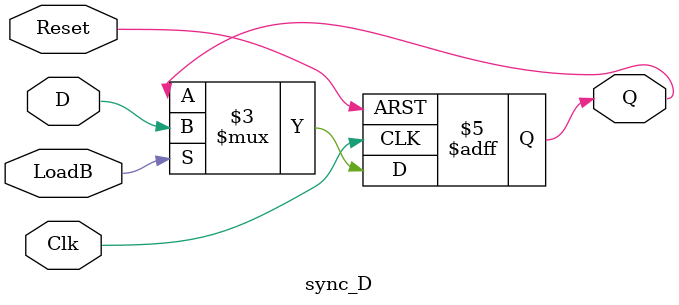
<source format=sv>

module sync (
	input  logic Clk, d, 
	output logic q
);

always_ff @ (posedge Clk)
begin
	q <= d;
end

endmodule


//synchronizer with reset to 0 (d_ff)
module sync_r0 (
	input  logic Clk, Reset, d, 
	output logic q
);

//initial
//begin	
//	q <= 1'b0;
//end

always_ff @ (posedge Clk or posedge Reset)
begin
	if (Reset)
		q <= 1'b0;
	else
		q <= d;
end

endmodule

//synchronizer with reset to 1 (d_ff)
module sync_r1 (
	input  logic Clk, Reset, d, 
	output logic q
);
//initial
//begin	
//	q <= 1'b1;
//end

always_ff @ (posedge Clk or posedge Reset)
begin
	if (Reset)
		q <= 1'b1;
	else
		q <= d;
end

endmodule

module sync_D( 
	input logic Clk, LoadB, Reset, D,
	output logic Q);
	always_ff @ (posedge Clk or posedge Reset)
	begin
	if(Reset)
	Q<= 1'b0;
	else if(LoadB)
	Q<=D;
	else 
	Q<=Q;
	end
endmodule 
</source>
